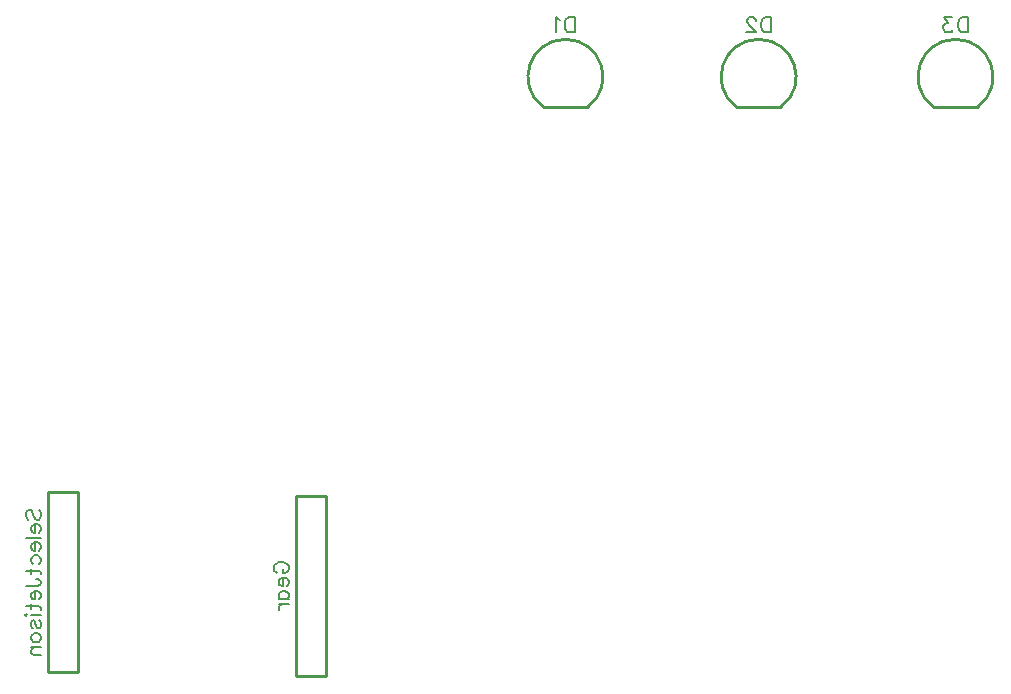
<source format=gbr>
G04 DipTrace 2.4.0.2*
%INBottomSilk.gbr*%
%MOIN*%
%ADD10C,0.0098*%
%ADD40C,0.0077*%
%FSLAX44Y44*%
G04*
G70*
G90*
G75*
G01*
%LNBotSilk*%
%LPD*%
X16078Y14238D2*
D10*
Y8238D1*
X15078Y14238D2*
Y8238D1*
X16078Y14238D2*
X15078D1*
X16078Y8238D2*
X15078D1*
X7821Y14363D2*
Y8363D1*
X6821Y14363D2*
Y8363D1*
X7821Y14363D2*
X6821D1*
X7821Y8363D2*
X6821D1*
X23324Y27212D2*
X24822D1*
X23321Y27214D2*
G02X24825Y27214I752J998D01*
G01*
X29762Y27212D2*
X31261D1*
X29759Y27214D2*
G02X31264Y27214I752J998D01*
G01*
X36325Y27212D2*
X37824D1*
X36322Y27214D2*
G02X37827Y27214I752J998D01*
G01*
X14465Y11673D2*
D40*
X14417Y11697D1*
X14369Y11745D1*
X14346Y11792D1*
Y11888D1*
X14369Y11936D1*
X14417Y11984D1*
X14465Y12008D1*
X14537Y12032D1*
X14657D1*
X14728Y12008D1*
X14776Y11984D1*
X14824Y11936D1*
X14848Y11888D1*
Y11792D1*
X14824Y11745D1*
X14776Y11697D1*
X14728Y11673D1*
X14657D1*
Y11792D1*
Y11519D2*
Y11232D1*
X14609D1*
X14561Y11255D1*
X14537Y11279D1*
X14513Y11327D1*
Y11399D1*
X14537Y11447D1*
X14585Y11495D1*
X14657Y11519D1*
X14704D1*
X14776Y11495D1*
X14824Y11447D1*
X14848Y11399D1*
Y11327D1*
X14824Y11279D1*
X14776Y11232D1*
X14513Y10790D2*
X14848D1*
X14585D2*
X14537Y10838D1*
X14513Y10886D1*
Y10957D1*
X14537Y11005D1*
X14585Y11053D1*
X14657Y11077D1*
X14704D1*
X14776Y11053D1*
X14824Y11005D1*
X14848Y10957D1*
Y10886D1*
X14824Y10838D1*
X14776Y10790D1*
X14513Y10636D2*
X14848D1*
X14657D2*
X14585Y10612D1*
X14537Y10564D1*
X14513Y10516D1*
Y10444D1*
X6161Y13449D2*
X6113Y13497D1*
X6089Y13569D1*
Y13664D1*
X6113Y13736D1*
X6161Y13784D1*
X6208D1*
X6257Y13760D1*
X6280Y13736D1*
X6304Y13689D1*
X6352Y13545D1*
X6376Y13497D1*
X6400Y13473D1*
X6448Y13449D1*
X6520D1*
X6567Y13497D1*
X6591Y13569D1*
Y13664D1*
X6567Y13736D1*
X6520Y13784D1*
X6400Y13295D2*
Y13008D1*
X6352D1*
X6304Y13032D1*
X6280Y13056D1*
X6257Y13104D1*
Y13176D1*
X6280Y13223D1*
X6328Y13271D1*
X6400Y13295D1*
X6448D1*
X6520Y13271D1*
X6567Y13223D1*
X6591Y13176D1*
Y13104D1*
X6567Y13056D1*
X6520Y13008D1*
X6089Y12854D2*
X6591D1*
X6400Y12699D2*
Y12413D1*
X6352D1*
X6304Y12436D1*
X6280Y12460D1*
X6257Y12508D1*
Y12580D1*
X6280Y12628D1*
X6328Y12676D1*
X6400Y12699D1*
X6448D1*
X6520Y12676D1*
X6567Y12628D1*
X6591Y12580D1*
Y12508D1*
X6567Y12460D1*
X6520Y12413D1*
X6328Y11971D2*
X6280Y12019D1*
X6257Y12067D1*
Y12138D1*
X6280Y12186D1*
X6328Y12234D1*
X6400Y12258D1*
X6448D1*
X6520Y12234D1*
X6567Y12186D1*
X6591Y12138D1*
Y12067D1*
X6567Y12019D1*
X6520Y11971D1*
X6089Y11744D2*
X6496D1*
X6567Y11721D1*
X6591Y11673D1*
Y11625D1*
X6257Y11816D2*
Y11649D1*
X6089Y11231D2*
X6472D1*
X6543Y11255D1*
X6567Y11279D1*
X6591Y11327D1*
Y11375D1*
X6567Y11423D1*
X6543Y11446D1*
X6472Y11471D1*
X6424D1*
X6400Y11077D2*
Y10790D1*
X6352D1*
X6304Y10814D1*
X6280Y10838D1*
X6257Y10886D1*
Y10958D1*
X6280Y11005D1*
X6328Y11053D1*
X6400Y11077D1*
X6448D1*
X6520Y11053D1*
X6567Y11005D1*
X6591Y10958D1*
Y10886D1*
X6567Y10838D1*
X6520Y10790D1*
X6089Y10564D2*
X6496D1*
X6567Y10540D1*
X6591Y10492D1*
Y10445D1*
X6257Y10636D2*
Y10468D1*
X6089Y10290D2*
X6113Y10266D1*
X6089Y10242D1*
X6065Y10266D1*
X6089Y10290D1*
X6257Y10266D2*
X6591D1*
X6328Y9825D2*
X6280Y9848D1*
X6257Y9920D1*
Y9992D1*
X6280Y10064D1*
X6328Y10088D1*
X6376Y10064D1*
X6400Y10016D1*
X6424Y9896D1*
X6448Y9848D1*
X6496Y9825D1*
X6520D1*
X6567Y9848D1*
X6591Y9920D1*
Y9992D1*
X6567Y10064D1*
X6520Y10088D1*
X6257Y9551D2*
X6280Y9598D1*
X6328Y9646D1*
X6400Y9670D1*
X6448D1*
X6520Y9646D1*
X6567Y9598D1*
X6591Y9551D1*
Y9479D1*
X6567Y9431D1*
X6520Y9383D1*
X6448Y9359D1*
X6400D1*
X6328Y9383D1*
X6280Y9431D1*
X6257Y9479D1*
Y9551D1*
Y9205D2*
X6591D1*
X6352D2*
X6280Y9133D1*
X6257Y9085D1*
Y9013D1*
X6280Y8965D1*
X6352Y8942D1*
X6591D1*
X24378Y30194D2*
Y29691D1*
X24210D1*
X24138Y29716D1*
X24090Y29763D1*
X24066Y29811D1*
X24043Y29883D1*
Y30003D1*
X24066Y30074D1*
X24090Y30122D1*
X24138Y30170D1*
X24210Y30194D1*
X24378D1*
X23888Y30098D2*
X23840Y30122D1*
X23768Y30193D1*
Y29691D1*
X30923Y30194D2*
Y29691D1*
X30756D1*
X30684Y29716D1*
X30636Y29763D1*
X30612Y29811D1*
X30588Y29883D1*
Y30003D1*
X30612Y30074D1*
X30636Y30122D1*
X30684Y30170D1*
X30756Y30194D1*
X30923D1*
X30410Y30074D2*
Y30098D1*
X30386Y30146D1*
X30362Y30170D1*
X30314Y30193D1*
X30218D1*
X30171Y30170D1*
X30147Y30146D1*
X30123Y30098D1*
Y30050D1*
X30147Y30002D1*
X30195Y29931D1*
X30434Y29691D1*
X30099D1*
X37487Y30194D2*
Y29691D1*
X37319D1*
X37247Y29716D1*
X37199Y29763D1*
X37175Y29811D1*
X37152Y29883D1*
Y30003D1*
X37175Y30074D1*
X37199Y30122D1*
X37247Y30170D1*
X37319Y30194D1*
X37487D1*
X36949Y30193D2*
X36687D1*
X36830Y30002D1*
X36758D1*
X36710Y29978D1*
X36687Y29955D1*
X36662Y29883D1*
Y29835D1*
X36687Y29763D1*
X36734Y29715D1*
X36806Y29691D1*
X36878D1*
X36949Y29715D1*
X36973Y29740D1*
X36997Y29787D1*
M02*

</source>
